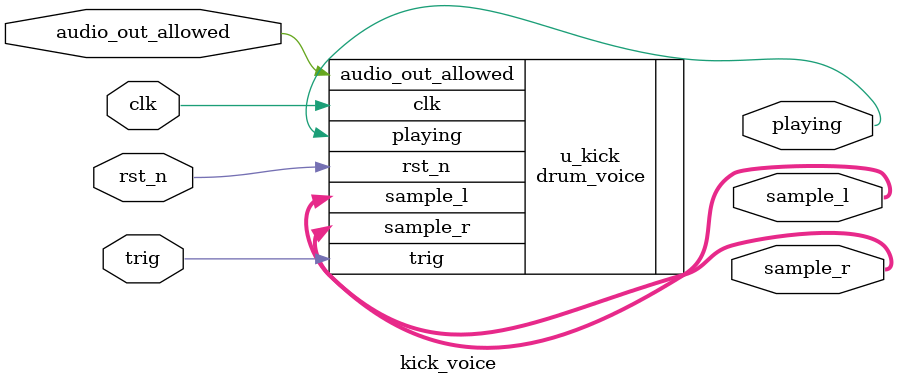
<source format=v>
module kick_voice (
    input  wire        clk,
    input  wire        rst_n,
    input  wire        trig,
    input  wire        audio_out_allowed,
    output wire [15:0] sample_l,
    output wire [15:0] sample_r,
    output wire        playing
);
    drum_voice #(
        .BASE_ADDR (16'd8192),    // kick (bassbell) start
        .SAMPLE_LEN(32'd4096)
    ) u_kick (
        .clk               (clk),
        .rst_n             (rst_n),
        .trig              (trig),
        .audio_out_allowed (audio_out_allowed),
        .sample_l          (sample_l),
        .sample_r          (sample_r),
        .playing           (playing)
    );
endmodule

</source>
